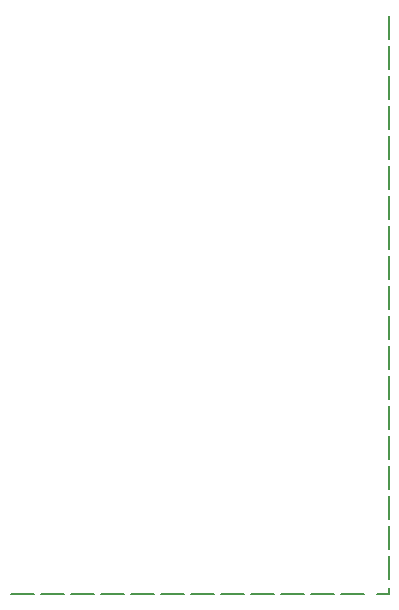
<source format=gbo>
G04 #@! TF.FileFunction,Legend,Bot*
%FSLAX46Y46*%
G04 Gerber Fmt 4.6, Leading zero omitted, Abs format (unit mm)*
G04 Created by KiCad (PCBNEW 4.0.7-e2-6376~58~ubuntu16.04.1) date Mon Jan  1 18:29:55 2018*
%MOMM*%
%LPD*%
G01*
G04 APERTURE LIST*
%ADD10C,0.100000*%
%ADD11C,0.200000*%
G04 APERTURE END LIST*
D10*
D11*
X138000000Y-86000000D02*
X138000000Y-85500000D01*
X106000000Y-86000000D02*
X108000000Y-86000000D01*
X108540000Y-86000000D02*
X110540000Y-86000000D01*
X111080000Y-86000000D02*
X113080000Y-86000000D01*
X113620000Y-86000000D02*
X115620000Y-86000000D01*
X116160000Y-86000000D02*
X118160000Y-86000000D01*
X118700000Y-86000000D02*
X120700000Y-86000000D01*
X121240000Y-86000000D02*
X123240000Y-86000000D01*
X123780000Y-86000000D02*
X125780000Y-86000000D01*
X126320000Y-86000000D02*
X128320000Y-86000000D01*
X128860000Y-86000000D02*
X130860000Y-86000000D01*
X131400000Y-86000000D02*
X133400000Y-86000000D01*
X133940000Y-86000000D02*
X135940000Y-86000000D01*
X137000000Y-86000000D02*
X138000000Y-86000000D01*
X137000000Y-86000000D02*
X138000000Y-86000000D01*
X133940000Y-86000000D02*
X135940000Y-86000000D01*
X131400000Y-86000000D02*
X133400000Y-86000000D01*
X128860000Y-86000000D02*
X130860000Y-86000000D01*
X126320000Y-86000000D02*
X128320000Y-86000000D01*
X123780000Y-86000000D02*
X125780000Y-86000000D01*
X121240000Y-86000000D02*
X123240000Y-86000000D01*
X118700000Y-86000000D02*
X120700000Y-86000000D01*
X116160000Y-86000000D02*
X118160000Y-86000000D01*
X113620000Y-86000000D02*
X115620000Y-86000000D01*
X111080000Y-86000000D02*
X113080000Y-86000000D01*
X108540000Y-86000000D02*
X110540000Y-86000000D01*
X106000000Y-86000000D02*
X108000000Y-86000000D01*
X138000000Y-82720000D02*
X138000000Y-84720000D01*
X138000000Y-80180000D02*
X138000000Y-82180000D01*
X138000000Y-77640000D02*
X138000000Y-79640000D01*
X138000000Y-75100000D02*
X138000000Y-77100000D01*
X138000000Y-72560000D02*
X138000000Y-74560000D01*
X138000000Y-70020000D02*
X138000000Y-72020000D01*
X138000000Y-67480000D02*
X138000000Y-69480000D01*
X138000000Y-64940000D02*
X138000000Y-66940000D01*
X138000000Y-62400000D02*
X138000000Y-64400000D01*
X138000000Y-59860000D02*
X138000000Y-61860000D01*
X138000000Y-57320000D02*
X138000000Y-59320000D01*
X138000000Y-54780000D02*
X138000000Y-56780000D01*
X138000000Y-52240000D02*
X138000000Y-54240000D01*
X138000000Y-49700000D02*
X138000000Y-51700000D01*
X138000000Y-47160000D02*
X138000000Y-49160000D01*
X138000000Y-44620000D02*
X138000000Y-46620000D01*
X138000000Y-42080000D02*
X138000000Y-44080000D01*
X138000000Y-39540000D02*
X138000000Y-41540000D01*
X138000000Y-37000000D02*
X138000000Y-39000000D01*
M02*

</source>
